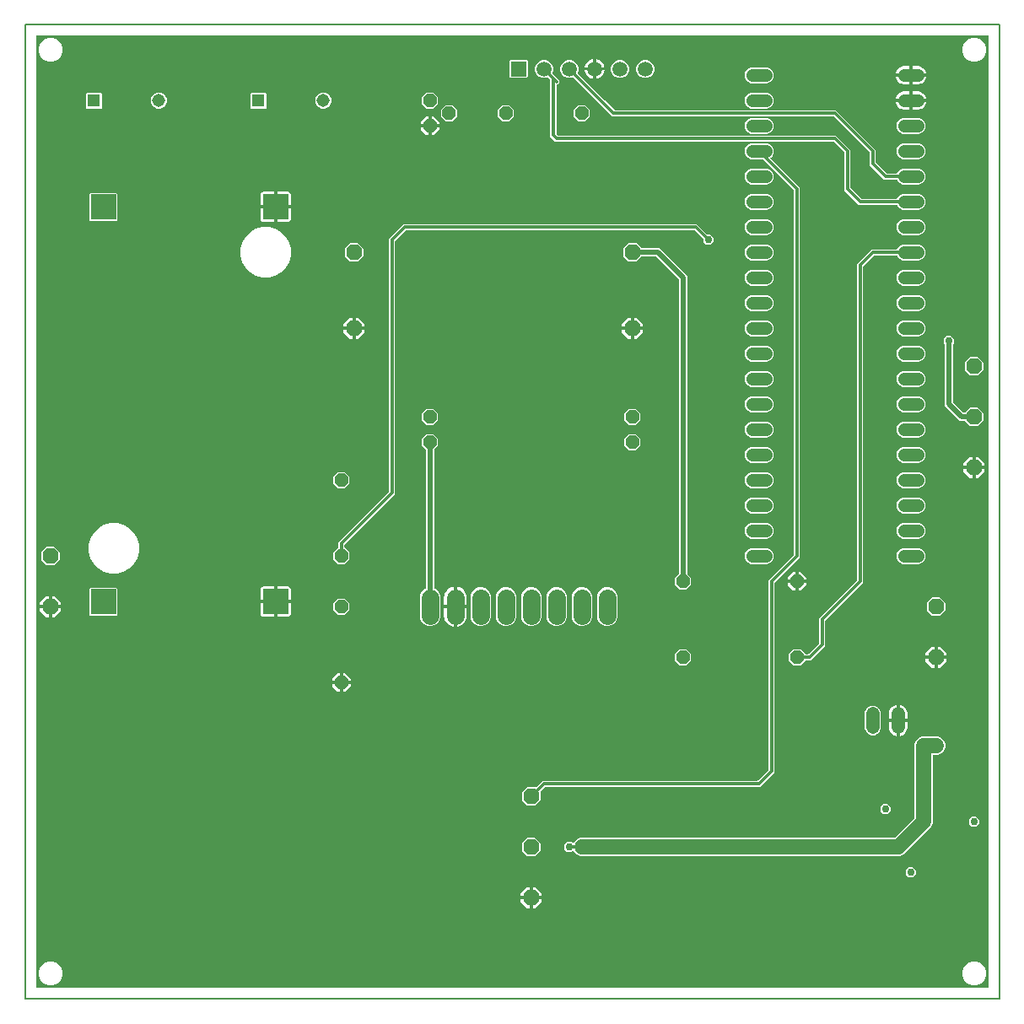
<source format=gbr>
G04 EAGLE Gerber RS-274X export*
G75*
%MOMM*%
%FSLAX34Y34*%
%LPD*%
%INBottom Copper*%
%IPPOS*%
%AMOC8*
5,1,8,0,0,1.08239X$1,22.5*%
G01*
%ADD10C,1.308000*%
%ADD11C,1.778000*%
%ADD12P,1.429621X8X292.500000*%
%ADD13P,1.429621X8X112.500000*%
%ADD14P,1.429621X8X22.500000*%
%ADD15R,1.308000X1.308000*%
%ADD16C,1.308000*%
%ADD17R,2.500000X2.500000*%
%ADD18P,1.732040X8X22.500000*%
%ADD19C,1.508000*%
%ADD20R,1.508000X1.508000*%
%ADD21C,1.320800*%
%ADD22C,0.304800*%
%ADD23C,0.756400*%
%ADD24C,0.508000*%
%ADD25C,0.152400*%
%ADD26C,1.524000*%

G36*
X966459Y-1738D02*
X966459Y-1738D01*
X966476Y-1728D01*
X966496Y-1724D01*
X966585Y-1671D01*
X966676Y-1622D01*
X966690Y-1608D01*
X966707Y-1598D01*
X966774Y-1519D01*
X966846Y-1444D01*
X966854Y-1426D01*
X966867Y-1411D01*
X966906Y-1315D01*
X966949Y-1221D01*
X966951Y-1201D01*
X966959Y-1183D01*
X966977Y-1016D01*
X966977Y953516D01*
X966974Y953536D01*
X966976Y953555D01*
X966954Y953657D01*
X966938Y953759D01*
X966928Y953776D01*
X966924Y953796D01*
X966871Y953885D01*
X966822Y953976D01*
X966808Y953990D01*
X966798Y954007D01*
X966719Y954074D01*
X966644Y954146D01*
X966626Y954154D01*
X966611Y954167D01*
X966515Y954206D01*
X966421Y954249D01*
X966401Y954251D01*
X966383Y954259D01*
X966216Y954277D01*
X11684Y954277D01*
X11664Y954274D01*
X11645Y954276D01*
X11543Y954254D01*
X11441Y954238D01*
X11424Y954228D01*
X11404Y954224D01*
X11315Y954171D01*
X11224Y954122D01*
X11210Y954108D01*
X11193Y954098D01*
X11126Y954019D01*
X11054Y953944D01*
X11046Y953926D01*
X11033Y953911D01*
X10994Y953815D01*
X10951Y953721D01*
X10949Y953701D01*
X10941Y953683D01*
X10923Y953516D01*
X10923Y-1016D01*
X10926Y-1036D01*
X10924Y-1055D01*
X10946Y-1157D01*
X10962Y-1259D01*
X10972Y-1276D01*
X10976Y-1296D01*
X11029Y-1385D01*
X11078Y-1476D01*
X11092Y-1490D01*
X11102Y-1507D01*
X11181Y-1574D01*
X11256Y-1646D01*
X11274Y-1654D01*
X11289Y-1667D01*
X11385Y-1706D01*
X11479Y-1749D01*
X11499Y-1751D01*
X11517Y-1759D01*
X11684Y-1777D01*
X966216Y-1777D01*
X966236Y-1774D01*
X966255Y-1776D01*
X966357Y-1754D01*
X966459Y-1738D01*
G37*
%LPC*%
G36*
X550000Y143608D02*
X550000Y143608D01*
X550077Y143620D01*
X550154Y143622D01*
X550198Y143637D01*
X550243Y143644D01*
X550312Y143679D01*
X550385Y143706D01*
X550421Y143735D01*
X550462Y143756D01*
X550517Y143811D01*
X550577Y143860D01*
X550602Y143898D01*
X550634Y143931D01*
X550700Y144051D01*
X550710Y144067D01*
X550712Y144072D01*
X550715Y144078D01*
X551047Y144880D01*
X553620Y147453D01*
X556981Y148845D01*
X872197Y148845D01*
X872287Y148859D01*
X872378Y148867D01*
X872408Y148879D01*
X872440Y148884D01*
X872520Y148927D01*
X872604Y148963D01*
X872636Y148989D01*
X872657Y149000D01*
X872679Y149023D01*
X872735Y149068D01*
X892332Y168665D01*
X892385Y168739D01*
X892445Y168808D01*
X892457Y168838D01*
X892476Y168865D01*
X892503Y168952D01*
X892537Y169036D01*
X892541Y169077D01*
X892548Y169100D01*
X892547Y169132D01*
X892555Y169203D01*
X892555Y243119D01*
X893947Y246480D01*
X896520Y249053D01*
X899881Y250445D01*
X916219Y250445D01*
X919580Y249053D01*
X922153Y246480D01*
X923545Y243119D01*
X923545Y239481D01*
X922153Y236120D01*
X919580Y233547D01*
X916219Y232155D01*
X911606Y232155D01*
X911586Y232152D01*
X911567Y232154D01*
X911465Y232132D01*
X911363Y232116D01*
X911346Y232106D01*
X911326Y232102D01*
X911237Y232049D01*
X911146Y232000D01*
X911132Y231986D01*
X911115Y231976D01*
X911048Y231897D01*
X910976Y231822D01*
X910968Y231804D01*
X910955Y231789D01*
X910916Y231693D01*
X910873Y231599D01*
X910871Y231579D01*
X910863Y231561D01*
X910845Y231394D01*
X910845Y163281D01*
X909453Y159920D01*
X881480Y131947D01*
X878119Y130555D01*
X556981Y130555D01*
X553620Y131947D01*
X551047Y134520D01*
X550715Y135322D01*
X550691Y135361D01*
X550675Y135404D01*
X550627Y135465D01*
X550586Y135531D01*
X550550Y135560D01*
X550522Y135596D01*
X550456Y135638D01*
X550396Y135688D01*
X550353Y135704D01*
X550315Y135729D01*
X550239Y135748D01*
X550167Y135776D01*
X550121Y135778D01*
X550076Y135789D01*
X549999Y135783D01*
X549921Y135786D01*
X549877Y135774D01*
X549831Y135770D01*
X549759Y135740D01*
X549685Y135718D01*
X549647Y135692D01*
X549605Y135674D01*
X549498Y135588D01*
X549483Y135578D01*
X549480Y135574D01*
X549474Y135569D01*
X548298Y134393D01*
X543902Y134393D01*
X540793Y137502D01*
X540793Y141898D01*
X543902Y145007D01*
X548298Y145007D01*
X549474Y143831D01*
X549511Y143804D01*
X549542Y143771D01*
X549589Y143745D01*
X549604Y143732D01*
X549622Y143725D01*
X549673Y143688D01*
X549717Y143674D01*
X549758Y143652D01*
X549834Y143638D01*
X549909Y143615D01*
X549954Y143616D01*
X550000Y143608D01*
G37*
%LPD*%
%LPC*%
G36*
X512516Y199710D02*
X512516Y199710D01*
X512619Y199718D01*
X512722Y199720D01*
X512741Y199727D01*
X512761Y199729D01*
X512856Y199769D01*
X512953Y199805D01*
X512969Y199817D01*
X512987Y199825D01*
X513118Y199930D01*
X517428Y204240D01*
X519437Y206249D01*
X735022Y206249D01*
X735112Y206263D01*
X735203Y206271D01*
X735233Y206283D01*
X735265Y206288D01*
X735345Y206331D01*
X735429Y206367D01*
X735461Y206393D01*
X735482Y206404D01*
X735504Y206427D01*
X735560Y206472D01*
X746028Y216940D01*
X746073Y217001D01*
X746104Y217035D01*
X746110Y217047D01*
X746141Y217083D01*
X746153Y217113D01*
X746172Y217140D01*
X746199Y217227D01*
X746233Y217311D01*
X746237Y217352D01*
X746244Y217375D01*
X746243Y217407D01*
X746251Y217478D01*
X746251Y407663D01*
X771428Y432840D01*
X771481Y432914D01*
X771541Y432983D01*
X771553Y433013D01*
X771572Y433040D01*
X771599Y433127D01*
X771633Y433211D01*
X771637Y433252D01*
X771644Y433275D01*
X771643Y433307D01*
X771651Y433378D01*
X771651Y798522D01*
X771637Y798612D01*
X771629Y798703D01*
X771617Y798733D01*
X771612Y798765D01*
X771569Y798845D01*
X771533Y798929D01*
X771507Y798961D01*
X771496Y798982D01*
X771473Y799004D01*
X771428Y799060D01*
X740576Y829912D01*
X740502Y829965D01*
X740433Y830025D01*
X740403Y830037D01*
X740376Y830056D01*
X740289Y830083D01*
X740205Y830117D01*
X740164Y830121D01*
X740141Y830128D01*
X740109Y830127D01*
X740038Y830135D01*
X728456Y830135D01*
X725492Y831363D01*
X723223Y833632D01*
X721995Y836596D01*
X721995Y839804D01*
X723223Y842768D01*
X725492Y845037D01*
X728456Y846265D01*
X744744Y846265D01*
X747708Y845037D01*
X749977Y842768D01*
X751205Y839804D01*
X751205Y836596D01*
X749977Y833632D01*
X748267Y831921D01*
X748255Y831905D01*
X748239Y831893D01*
X748183Y831806D01*
X748123Y831722D01*
X748117Y831703D01*
X748106Y831686D01*
X748081Y831585D01*
X748051Y831487D01*
X748051Y831467D01*
X748046Y831447D01*
X748054Y831344D01*
X748057Y831241D01*
X748064Y831222D01*
X748066Y831202D01*
X748106Y831107D01*
X748142Y831010D01*
X748154Y830994D01*
X748162Y830976D01*
X748267Y830845D01*
X775740Y803372D01*
X777749Y801363D01*
X777749Y430537D01*
X752572Y405360D01*
X752519Y405286D01*
X752459Y405217D01*
X752447Y405187D01*
X752428Y405160D01*
X752401Y405073D01*
X752367Y404989D01*
X752363Y404948D01*
X752356Y404925D01*
X752357Y404893D01*
X752349Y404822D01*
X752349Y214637D01*
X737863Y200151D01*
X522278Y200151D01*
X522188Y200137D01*
X522097Y200129D01*
X522067Y200117D01*
X522035Y200112D01*
X521955Y200069D01*
X521871Y200033D01*
X521839Y200007D01*
X521818Y199996D01*
X521796Y199973D01*
X521740Y199928D01*
X517430Y195618D01*
X517418Y195602D01*
X517403Y195590D01*
X517347Y195502D01*
X517286Y195418D01*
X517280Y195399D01*
X517270Y195383D01*
X517244Y195282D01*
X517214Y195183D01*
X517214Y195163D01*
X517210Y195144D01*
X517218Y195041D01*
X517220Y194938D01*
X517227Y194919D01*
X517229Y194899D01*
X517269Y194804D01*
X517305Y194706D01*
X517317Y194691D01*
X517325Y194673D01*
X517430Y194542D01*
X517526Y194446D01*
X517526Y186554D01*
X511946Y180974D01*
X504054Y180974D01*
X498474Y186554D01*
X498474Y194446D01*
X504054Y200026D01*
X511946Y200026D01*
X512042Y199930D01*
X512058Y199918D01*
X512070Y199903D01*
X512157Y199847D01*
X512241Y199786D01*
X512260Y199780D01*
X512277Y199770D01*
X512377Y199744D01*
X512476Y199714D01*
X512496Y199714D01*
X512516Y199710D01*
G37*
%LPD*%
%LPC*%
G36*
X685120Y754607D02*
X685120Y754607D01*
X687998Y754607D01*
X691107Y751498D01*
X691107Y747102D01*
X687998Y743993D01*
X683602Y743993D01*
X680493Y747102D01*
X680493Y749980D01*
X680479Y750070D01*
X680471Y750161D01*
X680459Y750191D01*
X680454Y750223D01*
X680411Y750303D01*
X680375Y750387D01*
X680349Y750419D01*
X680338Y750440D01*
X680315Y750462D01*
X680270Y750518D01*
X672060Y758728D01*
X671986Y758781D01*
X671917Y758841D01*
X671887Y758853D01*
X671860Y758872D01*
X671773Y758899D01*
X671689Y758933D01*
X671648Y758937D01*
X671625Y758944D01*
X671593Y758943D01*
X671522Y758951D01*
X382578Y758951D01*
X382488Y758937D01*
X382397Y758929D01*
X382367Y758917D01*
X382335Y758912D01*
X382255Y758869D01*
X382171Y758833D01*
X382139Y758807D01*
X382118Y758796D01*
X382096Y758773D01*
X382040Y758728D01*
X371572Y748260D01*
X371519Y748186D01*
X371459Y748117D01*
X371447Y748087D01*
X371428Y748060D01*
X371401Y747973D01*
X371367Y747889D01*
X371363Y747848D01*
X371356Y747825D01*
X371357Y747793D01*
X371349Y747722D01*
X371349Y494037D01*
X369340Y492028D01*
X320772Y443460D01*
X320719Y443386D01*
X320659Y443317D01*
X320647Y443287D01*
X320628Y443260D01*
X320601Y443173D01*
X320567Y443089D01*
X320563Y443048D01*
X320556Y443025D01*
X320557Y442993D01*
X320549Y442922D01*
X320549Y440562D01*
X320563Y440472D01*
X320571Y440381D01*
X320583Y440352D01*
X320588Y440320D01*
X320631Y440239D01*
X320667Y440155D01*
X320693Y440123D01*
X320704Y440102D01*
X320727Y440080D01*
X320772Y440024D01*
X325629Y435167D01*
X325629Y428433D01*
X320867Y423671D01*
X314133Y423671D01*
X309371Y428433D01*
X309371Y435167D01*
X314228Y440024D01*
X314281Y440098D01*
X314341Y440167D01*
X314353Y440198D01*
X314372Y440224D01*
X314399Y440311D01*
X314433Y440396D01*
X314437Y440437D01*
X314444Y440459D01*
X314443Y440491D01*
X314451Y440562D01*
X314451Y445763D01*
X316460Y447772D01*
X365028Y496340D01*
X365076Y496406D01*
X365083Y496413D01*
X365085Y496418D01*
X365141Y496483D01*
X365153Y496513D01*
X365172Y496540D01*
X365199Y496627D01*
X365233Y496711D01*
X365237Y496752D01*
X365244Y496775D01*
X365243Y496807D01*
X365251Y496878D01*
X365251Y750563D01*
X379737Y765049D01*
X674363Y765049D01*
X684582Y754830D01*
X684656Y754777D01*
X684725Y754717D01*
X684755Y754705D01*
X684782Y754686D01*
X684869Y754659D01*
X684953Y754625D01*
X684994Y754621D01*
X685017Y754614D01*
X685049Y754615D01*
X685120Y754607D01*
G37*
%LPD*%
%LPC*%
G36*
X534978Y853949D02*
X534978Y853949D01*
X814063Y853949D01*
X828549Y839463D01*
X828549Y801678D01*
X828563Y801588D01*
X828571Y801497D01*
X828583Y801467D01*
X828588Y801435D01*
X828631Y801355D01*
X828667Y801271D01*
X828693Y801239D01*
X828704Y801218D01*
X828727Y801196D01*
X828772Y801140D01*
X839240Y790672D01*
X839314Y790619D01*
X839383Y790559D01*
X839413Y790547D01*
X839440Y790528D01*
X839527Y790501D01*
X839611Y790467D01*
X839652Y790463D01*
X839675Y790456D01*
X839707Y790457D01*
X839778Y790449D01*
X874485Y790449D01*
X874600Y790468D01*
X874716Y790485D01*
X874722Y790487D01*
X874728Y790488D01*
X874830Y790543D01*
X874935Y790596D01*
X874940Y790601D01*
X874945Y790604D01*
X875025Y790688D01*
X875107Y790772D01*
X875111Y790778D01*
X875114Y790782D01*
X875122Y790799D01*
X875188Y790919D01*
X875623Y791968D01*
X877892Y794237D01*
X880856Y795465D01*
X897144Y795465D01*
X900108Y794237D01*
X902377Y791968D01*
X903605Y789004D01*
X903605Y785796D01*
X902377Y782832D01*
X900108Y780563D01*
X897144Y779335D01*
X880856Y779335D01*
X877892Y780563D01*
X875623Y782832D01*
X875188Y783881D01*
X875127Y783981D01*
X875067Y784081D01*
X875062Y784085D01*
X875059Y784090D01*
X874969Y784165D01*
X874880Y784241D01*
X874874Y784243D01*
X874869Y784247D01*
X874761Y784289D01*
X874652Y784333D01*
X874644Y784334D01*
X874640Y784335D01*
X874621Y784336D01*
X874485Y784351D01*
X836937Y784351D01*
X822451Y798837D01*
X822451Y836622D01*
X822437Y836712D01*
X822429Y836803D01*
X822417Y836833D01*
X822412Y836865D01*
X822369Y836945D01*
X822333Y837029D01*
X822307Y837061D01*
X822296Y837082D01*
X822273Y837104D01*
X822228Y837160D01*
X811760Y847628D01*
X811686Y847681D01*
X811617Y847741D01*
X811587Y847753D01*
X811560Y847772D01*
X811473Y847799D01*
X811389Y847833D01*
X811348Y847837D01*
X811325Y847844D01*
X811293Y847843D01*
X811222Y847851D01*
X532137Y847851D01*
X527176Y852812D01*
X527176Y909647D01*
X527162Y909737D01*
X527154Y909828D01*
X527142Y909858D01*
X527137Y909890D01*
X527094Y909970D01*
X527058Y910054D01*
X527032Y910086D01*
X527021Y910107D01*
X526998Y910129D01*
X526953Y910185D01*
X524949Y912190D01*
X524853Y912258D01*
X524760Y912328D01*
X524754Y912330D01*
X524749Y912333D01*
X524637Y912368D01*
X524526Y912404D01*
X524520Y912404D01*
X524514Y912406D01*
X524397Y912403D01*
X524280Y912401D01*
X524273Y912399D01*
X524268Y912399D01*
X524251Y912393D01*
X524119Y912355D01*
X522503Y911685D01*
X518897Y911685D01*
X515565Y913065D01*
X513015Y915615D01*
X511635Y918947D01*
X511635Y922553D01*
X513015Y925885D01*
X515565Y928435D01*
X518897Y929815D01*
X522503Y929815D01*
X525835Y928435D01*
X528385Y925885D01*
X529765Y922553D01*
X529765Y918947D01*
X529095Y917331D01*
X529085Y917289D01*
X529070Y917257D01*
X529064Y917199D01*
X529040Y917104D01*
X529041Y917097D01*
X529039Y917091D01*
X529045Y917028D01*
X529043Y917012D01*
X529049Y916986D01*
X529050Y916975D01*
X529059Y916859D01*
X529062Y916853D01*
X529062Y916846D01*
X529110Y916739D01*
X529156Y916632D01*
X529160Y916626D01*
X529162Y916622D01*
X529175Y916608D01*
X529260Y916501D01*
X531265Y914497D01*
X536449Y909313D01*
X536449Y906787D01*
X534663Y905001D01*
X534035Y905001D01*
X534015Y904998D01*
X533996Y905000D01*
X533894Y904978D01*
X533792Y904962D01*
X533775Y904952D01*
X533755Y904948D01*
X533666Y904895D01*
X533575Y904846D01*
X533561Y904832D01*
X533544Y904822D01*
X533477Y904743D01*
X533405Y904668D01*
X533397Y904650D01*
X533384Y904635D01*
X533345Y904538D01*
X533302Y904445D01*
X533300Y904425D01*
X533292Y904407D01*
X533274Y904240D01*
X533274Y855653D01*
X533288Y855563D01*
X533296Y855472D01*
X533308Y855442D01*
X533313Y855410D01*
X533356Y855330D01*
X533392Y855246D01*
X533418Y855214D01*
X533429Y855193D01*
X533452Y855171D01*
X533497Y855115D01*
X534440Y854172D01*
X534514Y854119D01*
X534583Y854059D01*
X534613Y854047D01*
X534640Y854028D01*
X534727Y854001D01*
X534811Y853967D01*
X534852Y853963D01*
X534875Y853956D01*
X534907Y853957D01*
X534978Y853949D01*
G37*
%LPD*%
%LPC*%
G36*
X783462Y333249D02*
X783462Y333249D01*
X785822Y333249D01*
X785912Y333263D01*
X786003Y333271D01*
X786033Y333283D01*
X786065Y333288D01*
X786145Y333331D01*
X786229Y333367D01*
X786261Y333393D01*
X786282Y333404D01*
X786304Y333427D01*
X786360Y333472D01*
X796828Y343940D01*
X796881Y344014D01*
X796941Y344083D01*
X796953Y344113D01*
X796972Y344140D01*
X796999Y344227D01*
X797033Y344311D01*
X797037Y344352D01*
X797044Y344375D01*
X797043Y344407D01*
X797051Y344478D01*
X797051Y369563D01*
X834928Y407440D01*
X834981Y407514D01*
X835041Y407583D01*
X835053Y407613D01*
X835072Y407640D01*
X835099Y407727D01*
X835133Y407811D01*
X835137Y407852D01*
X835144Y407875D01*
X835143Y407907D01*
X835151Y407978D01*
X835151Y725163D01*
X837160Y727172D01*
X847628Y737640D01*
X849637Y739649D01*
X874485Y739649D01*
X874600Y739668D01*
X874716Y739685D01*
X874722Y739687D01*
X874728Y739688D01*
X874830Y739743D01*
X874935Y739796D01*
X874940Y739801D01*
X874945Y739804D01*
X875025Y739888D01*
X875107Y739972D01*
X875111Y739978D01*
X875114Y739982D01*
X875122Y739999D01*
X875188Y740119D01*
X875623Y741168D01*
X877892Y743437D01*
X880856Y744665D01*
X897144Y744665D01*
X900108Y743437D01*
X902377Y741168D01*
X903605Y738204D01*
X903605Y734996D01*
X902377Y732032D01*
X900108Y729763D01*
X897144Y728535D01*
X880856Y728535D01*
X877892Y729763D01*
X875623Y732032D01*
X875188Y733081D01*
X875127Y733181D01*
X875067Y733281D01*
X875062Y733285D01*
X875059Y733290D01*
X874969Y733365D01*
X874880Y733441D01*
X874874Y733443D01*
X874869Y733447D01*
X874761Y733489D01*
X874652Y733533D01*
X874644Y733534D01*
X874640Y733535D01*
X874621Y733536D01*
X874485Y733551D01*
X852478Y733551D01*
X852388Y733537D01*
X852297Y733529D01*
X852267Y733517D01*
X852235Y733512D01*
X852155Y733469D01*
X852071Y733433D01*
X852039Y733407D01*
X852018Y733396D01*
X851996Y733373D01*
X851940Y733328D01*
X841472Y722860D01*
X841419Y722786D01*
X841359Y722717D01*
X841347Y722687D01*
X841328Y722660D01*
X841301Y722573D01*
X841267Y722489D01*
X841263Y722448D01*
X841256Y722425D01*
X841257Y722393D01*
X841249Y722322D01*
X841249Y405137D01*
X803372Y367260D01*
X803319Y367186D01*
X803259Y367117D01*
X803247Y367087D01*
X803228Y367060D01*
X803201Y366973D01*
X803167Y366889D01*
X803163Y366848D01*
X803156Y366825D01*
X803157Y366793D01*
X803149Y366722D01*
X803149Y341637D01*
X788663Y327151D01*
X783462Y327151D01*
X783372Y327137D01*
X783281Y327129D01*
X783252Y327117D01*
X783220Y327112D01*
X783139Y327069D01*
X783055Y327033D01*
X783023Y327007D01*
X783002Y326996D01*
X782980Y326973D01*
X782924Y326928D01*
X778067Y322071D01*
X771333Y322071D01*
X766571Y326833D01*
X766571Y333567D01*
X771333Y338329D01*
X778067Y338329D01*
X782924Y333472D01*
X782998Y333419D01*
X783067Y333359D01*
X783098Y333347D01*
X783124Y333328D01*
X783211Y333301D01*
X783296Y333267D01*
X783337Y333263D01*
X783359Y333256D01*
X783391Y333257D01*
X783462Y333249D01*
G37*
%LPD*%
%LPC*%
G36*
X619322Y740665D02*
X619322Y740665D01*
X636684Y740665D01*
X664465Y712884D01*
X664465Y414146D01*
X664479Y414056D01*
X664487Y413965D01*
X664499Y413936D01*
X664504Y413904D01*
X664547Y413823D01*
X664583Y413739D01*
X664609Y413707D01*
X664620Y413686D01*
X664643Y413664D01*
X664688Y413608D01*
X668529Y409767D01*
X668529Y403033D01*
X663767Y398271D01*
X657033Y398271D01*
X652271Y403033D01*
X652271Y409767D01*
X656112Y413608D01*
X656165Y413682D01*
X656225Y413751D01*
X656237Y413782D01*
X656256Y413808D01*
X656283Y413895D01*
X656317Y413980D01*
X656321Y414021D01*
X656328Y414043D01*
X656327Y414075D01*
X656335Y414146D01*
X656335Y709201D01*
X656321Y709291D01*
X656313Y709382D01*
X656301Y709412D01*
X656296Y709444D01*
X656253Y709524D01*
X656217Y709608D01*
X656191Y709640D01*
X656180Y709661D01*
X656157Y709683D01*
X656112Y709739D01*
X633539Y732312D01*
X633465Y732365D01*
X633396Y732425D01*
X633366Y732437D01*
X633340Y732456D01*
X633253Y732483D01*
X633168Y732517D01*
X633127Y732521D01*
X633104Y732528D01*
X633072Y732527D01*
X633001Y732535D01*
X619322Y732535D01*
X619232Y732521D01*
X619141Y732513D01*
X619111Y732501D01*
X619079Y732496D01*
X618999Y732453D01*
X618915Y732417D01*
X618883Y732391D01*
X618862Y732380D01*
X618840Y732357D01*
X618784Y732312D01*
X613546Y727074D01*
X605654Y727074D01*
X600074Y732654D01*
X600074Y740546D01*
X605654Y746126D01*
X613546Y746126D01*
X618784Y740888D01*
X618858Y740835D01*
X618927Y740775D01*
X618957Y740763D01*
X618983Y740744D01*
X619070Y740717D01*
X619155Y740683D01*
X619196Y740679D01*
X619219Y740672D01*
X619251Y740673D01*
X619322Y740665D01*
G37*
%LPD*%
%LPC*%
G36*
X592128Y879349D02*
X592128Y879349D01*
X814063Y879349D01*
X853949Y839463D01*
X853949Y827078D01*
X853963Y826988D01*
X853971Y826897D01*
X853983Y826867D01*
X853988Y826835D01*
X854031Y826755D01*
X854067Y826671D01*
X854093Y826639D01*
X854104Y826618D01*
X854127Y826596D01*
X854172Y826540D01*
X864640Y816072D01*
X864714Y816019D01*
X864783Y815959D01*
X864813Y815947D01*
X864840Y815928D01*
X864927Y815901D01*
X865011Y815867D01*
X865052Y815863D01*
X865075Y815856D01*
X865107Y815857D01*
X865178Y815849D01*
X874485Y815849D01*
X874600Y815868D01*
X874716Y815885D01*
X874722Y815887D01*
X874728Y815888D01*
X874830Y815943D01*
X874935Y815996D01*
X874940Y816001D01*
X874945Y816004D01*
X875025Y816088D01*
X875107Y816172D01*
X875111Y816178D01*
X875114Y816182D01*
X875122Y816199D01*
X875188Y816319D01*
X875623Y817368D01*
X877892Y819637D01*
X880856Y820865D01*
X897144Y820865D01*
X900108Y819637D01*
X902377Y817368D01*
X903605Y814404D01*
X903605Y811196D01*
X902377Y808232D01*
X900108Y805963D01*
X897144Y804735D01*
X880856Y804735D01*
X877892Y805963D01*
X875623Y808232D01*
X875188Y809281D01*
X875127Y809381D01*
X875067Y809481D01*
X875062Y809485D01*
X875059Y809490D01*
X874969Y809565D01*
X874880Y809641D01*
X874874Y809643D01*
X874869Y809647D01*
X874761Y809689D01*
X874652Y809733D01*
X874644Y809734D01*
X874640Y809735D01*
X874621Y809736D01*
X874485Y809751D01*
X862337Y809751D01*
X847851Y824237D01*
X847851Y836622D01*
X847837Y836712D01*
X847829Y836803D01*
X847817Y836833D01*
X847812Y836865D01*
X847769Y836945D01*
X847733Y837029D01*
X847707Y837061D01*
X847696Y837082D01*
X847673Y837104D01*
X847628Y837160D01*
X811760Y873028D01*
X811686Y873081D01*
X811617Y873141D01*
X811587Y873153D01*
X811560Y873172D01*
X811473Y873199D01*
X811389Y873233D01*
X811348Y873237D01*
X811325Y873244D01*
X811293Y873243D01*
X811222Y873251D01*
X589287Y873251D01*
X577753Y884785D01*
X550349Y912190D01*
X550254Y912258D01*
X550160Y912328D01*
X550154Y912330D01*
X550149Y912333D01*
X550038Y912368D01*
X549926Y912404D01*
X549920Y912404D01*
X549914Y912406D01*
X549797Y912403D01*
X549680Y912401D01*
X549673Y912399D01*
X549668Y912399D01*
X549651Y912393D01*
X549519Y912355D01*
X547903Y911685D01*
X544297Y911685D01*
X540965Y913065D01*
X538415Y915615D01*
X537035Y918947D01*
X537035Y922553D01*
X538415Y925885D01*
X540965Y928435D01*
X544297Y929815D01*
X547903Y929815D01*
X551235Y928435D01*
X553785Y925885D01*
X555165Y922553D01*
X555165Y918947D01*
X554495Y917331D01*
X554485Y917289D01*
X554470Y917257D01*
X554464Y917199D01*
X554440Y917104D01*
X554441Y917097D01*
X554439Y917091D01*
X554445Y917028D01*
X554443Y917012D01*
X554449Y916986D01*
X554450Y916975D01*
X554459Y916859D01*
X554462Y916853D01*
X554462Y916846D01*
X554511Y916737D01*
X554556Y916632D01*
X554560Y916626D01*
X554562Y916622D01*
X554575Y916608D01*
X554660Y916501D01*
X582065Y889097D01*
X591590Y879572D01*
X591664Y879519D01*
X591733Y879459D01*
X591763Y879447D01*
X591790Y879428D01*
X591877Y879401D01*
X591961Y879367D01*
X592002Y879363D01*
X592025Y879356D01*
X592057Y879357D01*
X592128Y879349D01*
G37*
%LPD*%
%LPC*%
G36*
X404328Y361695D02*
X404328Y361695D01*
X400500Y363281D01*
X397571Y366210D01*
X395985Y370038D01*
X395985Y391962D01*
X397571Y395790D01*
X400500Y398719D01*
X401865Y399284D01*
X401965Y399346D01*
X402065Y399406D01*
X402069Y399411D01*
X402074Y399414D01*
X402149Y399505D01*
X402225Y399593D01*
X402227Y399599D01*
X402231Y399604D01*
X402273Y399712D01*
X402317Y399821D01*
X402318Y399829D01*
X402319Y399833D01*
X402320Y399851D01*
X402335Y399988D01*
X402335Y538354D01*
X402321Y538444D01*
X402313Y538535D01*
X402301Y538564D01*
X402296Y538596D01*
X402253Y538677D01*
X402217Y538761D01*
X402191Y538793D01*
X402180Y538814D01*
X402157Y538836D01*
X402112Y538892D01*
X398271Y542733D01*
X398271Y549467D01*
X403033Y554229D01*
X409767Y554229D01*
X414529Y549467D01*
X414529Y542733D01*
X410688Y538892D01*
X410635Y538818D01*
X410575Y538749D01*
X410563Y538718D01*
X410544Y538692D01*
X410517Y538605D01*
X410483Y538520D01*
X410479Y538479D01*
X410472Y538457D01*
X410473Y538425D01*
X410465Y538354D01*
X410465Y399988D01*
X410484Y399873D01*
X410501Y399757D01*
X410503Y399751D01*
X410504Y399745D01*
X410559Y399642D01*
X410612Y399538D01*
X410617Y399533D01*
X410620Y399528D01*
X410704Y399448D01*
X410788Y399365D01*
X410794Y399362D01*
X410798Y399358D01*
X410815Y399350D01*
X410935Y399284D01*
X412300Y398719D01*
X415229Y395790D01*
X416815Y391962D01*
X416815Y370038D01*
X415229Y366210D01*
X412300Y363281D01*
X408472Y361695D01*
X404328Y361695D01*
G37*
%LPD*%
%LPC*%
G36*
X85588Y414259D02*
X85588Y414259D01*
X79188Y415974D01*
X73451Y419286D01*
X68766Y423971D01*
X65454Y429708D01*
X63739Y436108D01*
X63739Y442732D01*
X65454Y449132D01*
X68766Y454869D01*
X73451Y459554D01*
X79188Y462866D01*
X85588Y464581D01*
X92212Y464581D01*
X98612Y462866D01*
X104349Y459554D01*
X109034Y454869D01*
X112346Y449132D01*
X114061Y442732D01*
X114061Y436108D01*
X112346Y429708D01*
X109034Y423971D01*
X104349Y419286D01*
X98612Y415974D01*
X92212Y414259D01*
X85588Y414259D01*
G37*
%LPD*%
%LPC*%
G36*
X237988Y711439D02*
X237988Y711439D01*
X231588Y713154D01*
X225851Y716466D01*
X221166Y721151D01*
X217854Y726888D01*
X216139Y733288D01*
X216139Y739912D01*
X217854Y746312D01*
X221166Y752049D01*
X225851Y756734D01*
X231588Y760046D01*
X237988Y761761D01*
X244612Y761761D01*
X251012Y760046D01*
X256749Y756734D01*
X261434Y752049D01*
X264746Y746312D01*
X266461Y739912D01*
X266461Y733288D01*
X264746Y726888D01*
X261434Y721151D01*
X256749Y716466D01*
X251012Y713154D01*
X244612Y711439D01*
X237988Y711439D01*
G37*
%LPD*%
%LPC*%
G36*
X942959Y575587D02*
X942959Y575587D01*
X942989Y575599D01*
X943021Y575604D01*
X943101Y575647D01*
X943185Y575683D01*
X943217Y575709D01*
X943238Y575720D01*
X943260Y575743D01*
X943316Y575788D01*
X948554Y581026D01*
X956446Y581026D01*
X962026Y575446D01*
X962026Y567554D01*
X956446Y561974D01*
X948554Y561974D01*
X943316Y567212D01*
X943242Y567265D01*
X943173Y567325D01*
X943143Y567337D01*
X943117Y567356D01*
X943030Y567383D01*
X942945Y567417D01*
X942904Y567421D01*
X942881Y567428D01*
X942849Y567427D01*
X942778Y567435D01*
X938116Y567435D01*
X923035Y582516D01*
X923035Y643945D01*
X923021Y644035D01*
X923013Y644126D01*
X923001Y644155D01*
X922996Y644187D01*
X922953Y644268D01*
X922917Y644352D01*
X922891Y644384D01*
X922880Y644405D01*
X922857Y644427D01*
X922812Y644483D01*
X921793Y645502D01*
X921793Y649898D01*
X924902Y653007D01*
X929298Y653007D01*
X932407Y649898D01*
X932407Y645502D01*
X931388Y644483D01*
X931335Y644409D01*
X931275Y644339D01*
X931263Y644309D01*
X931244Y644283D01*
X931217Y644196D01*
X931183Y644111D01*
X931179Y644070D01*
X931172Y644048D01*
X931173Y644016D01*
X931165Y643945D01*
X931165Y586199D01*
X931179Y586109D01*
X931187Y586018D01*
X931199Y585988D01*
X931204Y585956D01*
X931247Y585876D01*
X931283Y585792D01*
X931309Y585760D01*
X931320Y585739D01*
X931343Y585717D01*
X931388Y585661D01*
X941261Y575788D01*
X941335Y575735D01*
X941404Y575675D01*
X941434Y575663D01*
X941460Y575644D01*
X941547Y575617D01*
X941632Y575583D01*
X941673Y575579D01*
X941696Y575572D01*
X941728Y575573D01*
X941799Y575565D01*
X942778Y575565D01*
X942868Y575579D01*
X942959Y575587D01*
G37*
%LPD*%
%LPC*%
G36*
X65608Y768295D02*
X65608Y768295D01*
X64715Y769188D01*
X64715Y795452D01*
X65608Y796345D01*
X91872Y796345D01*
X92765Y795452D01*
X92765Y769188D01*
X91872Y768295D01*
X65608Y768295D01*
G37*
%LPD*%
%LPC*%
G36*
X65608Y372055D02*
X65608Y372055D01*
X64715Y372948D01*
X64715Y399212D01*
X65608Y400105D01*
X91872Y400105D01*
X92765Y399212D01*
X92765Y372948D01*
X91872Y372055D01*
X65608Y372055D01*
G37*
%LPD*%
%LPC*%
G36*
X455128Y361695D02*
X455128Y361695D01*
X451300Y363281D01*
X448371Y366210D01*
X446785Y370038D01*
X446785Y391962D01*
X448371Y395790D01*
X451300Y398719D01*
X455128Y400305D01*
X459272Y400305D01*
X463100Y398719D01*
X466029Y395790D01*
X467615Y391962D01*
X467615Y370038D01*
X466029Y366210D01*
X463100Y363281D01*
X459272Y361695D01*
X455128Y361695D01*
G37*
%LPD*%
%LPC*%
G36*
X556728Y361695D02*
X556728Y361695D01*
X552900Y363281D01*
X549971Y366210D01*
X548385Y370038D01*
X548385Y391962D01*
X549971Y395790D01*
X552900Y398719D01*
X556728Y400305D01*
X560872Y400305D01*
X564700Y398719D01*
X567629Y395790D01*
X569215Y391962D01*
X569215Y370038D01*
X567629Y366210D01*
X564700Y363281D01*
X560872Y361695D01*
X556728Y361695D01*
G37*
%LPD*%
%LPC*%
G36*
X531328Y361695D02*
X531328Y361695D01*
X527500Y363281D01*
X524571Y366210D01*
X522985Y370038D01*
X522985Y391962D01*
X524571Y395790D01*
X527500Y398719D01*
X531328Y400305D01*
X535472Y400305D01*
X539300Y398719D01*
X542229Y395790D01*
X543815Y391962D01*
X543815Y370038D01*
X542229Y366210D01*
X539300Y363281D01*
X535472Y361695D01*
X531328Y361695D01*
G37*
%LPD*%
%LPC*%
G36*
X505928Y361695D02*
X505928Y361695D01*
X502100Y363281D01*
X499171Y366210D01*
X497585Y370038D01*
X497585Y391962D01*
X499171Y395790D01*
X502100Y398719D01*
X505928Y400305D01*
X510072Y400305D01*
X513900Y398719D01*
X516829Y395790D01*
X518415Y391962D01*
X518415Y370038D01*
X516829Y366210D01*
X513900Y363281D01*
X510072Y361695D01*
X505928Y361695D01*
G37*
%LPD*%
%LPC*%
G36*
X480528Y361695D02*
X480528Y361695D01*
X476700Y363281D01*
X473771Y366210D01*
X472185Y370038D01*
X472185Y391962D01*
X473771Y395790D01*
X476700Y398719D01*
X480528Y400305D01*
X484672Y400305D01*
X488500Y398719D01*
X491429Y395790D01*
X493015Y391962D01*
X493015Y370038D01*
X491429Y366210D01*
X488500Y363281D01*
X484672Y361695D01*
X480528Y361695D01*
G37*
%LPD*%
%LPC*%
G36*
X582128Y361695D02*
X582128Y361695D01*
X578300Y363281D01*
X575371Y366210D01*
X573785Y370038D01*
X573785Y391962D01*
X575371Y395790D01*
X578300Y398719D01*
X582128Y400305D01*
X586272Y400305D01*
X590100Y398719D01*
X593029Y395790D01*
X594615Y391962D01*
X594615Y370038D01*
X593029Y366210D01*
X590100Y363281D01*
X586272Y361695D01*
X582128Y361695D01*
G37*
%LPD*%
%LPC*%
G36*
X23031Y927889D02*
X23031Y927889D01*
X18653Y929703D01*
X15303Y933053D01*
X13489Y937431D01*
X13489Y942169D01*
X15303Y946547D01*
X18653Y949897D01*
X23031Y951711D01*
X27769Y951711D01*
X32147Y949897D01*
X35497Y946547D01*
X37311Y942169D01*
X37311Y937431D01*
X35497Y933053D01*
X32147Y929703D01*
X27769Y927889D01*
X23031Y927889D01*
G37*
%LPD*%
%LPC*%
G36*
X950131Y927889D02*
X950131Y927889D01*
X945753Y929703D01*
X942403Y933053D01*
X940589Y937431D01*
X940589Y942169D01*
X942403Y946547D01*
X945753Y949897D01*
X950131Y951711D01*
X954869Y951711D01*
X959247Y949897D01*
X962597Y946547D01*
X964411Y942169D01*
X964411Y937431D01*
X962597Y933053D01*
X959247Y929703D01*
X954869Y927889D01*
X950131Y927889D01*
G37*
%LPD*%
%LPC*%
G36*
X23031Y789D02*
X23031Y789D01*
X18653Y2603D01*
X15303Y5953D01*
X13489Y10331D01*
X13489Y15069D01*
X15303Y19447D01*
X18653Y22797D01*
X23031Y24611D01*
X27769Y24611D01*
X32147Y22797D01*
X35497Y19447D01*
X37311Y15069D01*
X37311Y10331D01*
X35497Y5953D01*
X32147Y2603D01*
X27769Y789D01*
X23031Y789D01*
G37*
%LPD*%
%LPC*%
G36*
X950131Y789D02*
X950131Y789D01*
X945753Y2603D01*
X942403Y5953D01*
X940589Y10331D01*
X940589Y15069D01*
X942403Y19447D01*
X945753Y22797D01*
X950131Y24611D01*
X954869Y24611D01*
X959247Y22797D01*
X962597Y19447D01*
X964411Y15069D01*
X964411Y10331D01*
X962597Y5953D01*
X959247Y2603D01*
X954869Y789D01*
X950131Y789D01*
G37*
%LPD*%
%LPC*%
G36*
X849283Y251967D02*
X849283Y251967D01*
X846295Y253205D01*
X844009Y255491D01*
X842771Y258479D01*
X842771Y274921D01*
X844009Y277909D01*
X846295Y280195D01*
X849283Y281433D01*
X852517Y281433D01*
X855505Y280195D01*
X857791Y277909D01*
X859029Y274921D01*
X859029Y258479D01*
X857791Y255491D01*
X855505Y253205D01*
X852517Y251967D01*
X849283Y251967D01*
G37*
%LPD*%
%LPC*%
G36*
X728456Y525335D02*
X728456Y525335D01*
X725492Y526563D01*
X723223Y528832D01*
X721995Y531796D01*
X721995Y535004D01*
X723223Y537968D01*
X725492Y540237D01*
X728456Y541465D01*
X744744Y541465D01*
X747708Y540237D01*
X749977Y537968D01*
X751205Y535004D01*
X751205Y531796D01*
X749977Y528832D01*
X747708Y526563D01*
X744744Y525335D01*
X728456Y525335D01*
G37*
%LPD*%
%LPC*%
G36*
X880856Y525335D02*
X880856Y525335D01*
X877892Y526563D01*
X875623Y528832D01*
X874395Y531796D01*
X874395Y535004D01*
X875623Y537968D01*
X877892Y540237D01*
X880856Y541465D01*
X897144Y541465D01*
X900108Y540237D01*
X902377Y537968D01*
X903605Y535004D01*
X903605Y531796D01*
X902377Y528832D01*
X900108Y526563D01*
X897144Y525335D01*
X880856Y525335D01*
G37*
%LPD*%
%LPC*%
G36*
X880856Y499935D02*
X880856Y499935D01*
X877892Y501163D01*
X875623Y503432D01*
X874395Y506396D01*
X874395Y509604D01*
X875623Y512568D01*
X877892Y514837D01*
X880856Y516065D01*
X897144Y516065D01*
X900108Y514837D01*
X902377Y512568D01*
X903605Y509604D01*
X903605Y506396D01*
X902377Y503432D01*
X900108Y501163D01*
X897144Y499935D01*
X880856Y499935D01*
G37*
%LPD*%
%LPC*%
G36*
X880856Y652335D02*
X880856Y652335D01*
X877892Y653563D01*
X875623Y655832D01*
X874395Y658796D01*
X874395Y662004D01*
X875623Y664968D01*
X877892Y667237D01*
X880856Y668465D01*
X897144Y668465D01*
X900108Y667237D01*
X902377Y664968D01*
X903605Y662004D01*
X903605Y658796D01*
X902377Y655832D01*
X900108Y653563D01*
X897144Y652335D01*
X880856Y652335D01*
G37*
%LPD*%
%LPC*%
G36*
X728456Y652335D02*
X728456Y652335D01*
X725492Y653563D01*
X723223Y655832D01*
X721995Y658796D01*
X721995Y662004D01*
X723223Y664968D01*
X725492Y667237D01*
X728456Y668465D01*
X744744Y668465D01*
X747708Y667237D01*
X749977Y664968D01*
X751205Y662004D01*
X751205Y658796D01*
X749977Y655832D01*
X747708Y653563D01*
X744744Y652335D01*
X728456Y652335D01*
G37*
%LPD*%
%LPC*%
G36*
X880856Y550735D02*
X880856Y550735D01*
X877892Y551963D01*
X875623Y554232D01*
X874395Y557196D01*
X874395Y560404D01*
X875623Y563368D01*
X877892Y565637D01*
X880856Y566865D01*
X897144Y566865D01*
X900108Y565637D01*
X902377Y563368D01*
X903605Y560404D01*
X903605Y557196D01*
X902377Y554232D01*
X900108Y551963D01*
X897144Y550735D01*
X880856Y550735D01*
G37*
%LPD*%
%LPC*%
G36*
X728456Y906335D02*
X728456Y906335D01*
X725492Y907563D01*
X723223Y909832D01*
X721995Y912796D01*
X721995Y916004D01*
X723223Y918968D01*
X725492Y921237D01*
X728456Y922465D01*
X744744Y922465D01*
X747708Y921237D01*
X749977Y918968D01*
X751205Y916004D01*
X751205Y912796D01*
X749977Y909832D01*
X747708Y907563D01*
X744744Y906335D01*
X728456Y906335D01*
G37*
%LPD*%
%LPC*%
G36*
X728456Y550735D02*
X728456Y550735D01*
X725492Y551963D01*
X723223Y554232D01*
X721995Y557196D01*
X721995Y560404D01*
X723223Y563368D01*
X725492Y565637D01*
X728456Y566865D01*
X744744Y566865D01*
X747708Y565637D01*
X749977Y563368D01*
X751205Y560404D01*
X751205Y557196D01*
X749977Y554232D01*
X747708Y551963D01*
X744744Y550735D01*
X728456Y550735D01*
G37*
%LPD*%
%LPC*%
G36*
X728456Y626935D02*
X728456Y626935D01*
X725492Y628163D01*
X723223Y630432D01*
X721995Y633396D01*
X721995Y636604D01*
X723223Y639568D01*
X725492Y641837D01*
X728456Y643065D01*
X744744Y643065D01*
X747708Y641837D01*
X749977Y639568D01*
X751205Y636604D01*
X751205Y633396D01*
X749977Y630432D01*
X747708Y628163D01*
X744744Y626935D01*
X728456Y626935D01*
G37*
%LPD*%
%LPC*%
G36*
X880856Y626935D02*
X880856Y626935D01*
X877892Y628163D01*
X875623Y630432D01*
X874395Y633396D01*
X874395Y636604D01*
X875623Y639568D01*
X877892Y641837D01*
X880856Y643065D01*
X897144Y643065D01*
X900108Y641837D01*
X902377Y639568D01*
X903605Y636604D01*
X903605Y633396D01*
X902377Y630432D01*
X900108Y628163D01*
X897144Y626935D01*
X880856Y626935D01*
G37*
%LPD*%
%LPC*%
G36*
X880856Y855535D02*
X880856Y855535D01*
X877892Y856763D01*
X875623Y859032D01*
X874395Y861996D01*
X874395Y865204D01*
X875623Y868168D01*
X877892Y870437D01*
X880856Y871665D01*
X897144Y871665D01*
X900108Y870437D01*
X902377Y868168D01*
X903605Y865204D01*
X903605Y861996D01*
X902377Y859032D01*
X900108Y856763D01*
X897144Y855535D01*
X880856Y855535D01*
G37*
%LPD*%
%LPC*%
G36*
X728456Y855535D02*
X728456Y855535D01*
X725492Y856763D01*
X723223Y859032D01*
X721995Y861996D01*
X721995Y865204D01*
X723223Y868168D01*
X725492Y870437D01*
X728456Y871665D01*
X744744Y871665D01*
X747708Y870437D01*
X749977Y868168D01*
X751205Y865204D01*
X751205Y861996D01*
X749977Y859032D01*
X747708Y856763D01*
X744744Y855535D01*
X728456Y855535D01*
G37*
%LPD*%
%LPC*%
G36*
X880856Y576135D02*
X880856Y576135D01*
X877892Y577363D01*
X875623Y579632D01*
X874395Y582596D01*
X874395Y585804D01*
X875623Y588768D01*
X877892Y591037D01*
X880856Y592265D01*
X897144Y592265D01*
X900108Y591037D01*
X902377Y588768D01*
X903605Y585804D01*
X903605Y582596D01*
X902377Y579632D01*
X900108Y577363D01*
X897144Y576135D01*
X880856Y576135D01*
G37*
%LPD*%
%LPC*%
G36*
X728456Y576135D02*
X728456Y576135D01*
X725492Y577363D01*
X723223Y579632D01*
X721995Y582596D01*
X721995Y585804D01*
X723223Y588768D01*
X725492Y591037D01*
X728456Y592265D01*
X744744Y592265D01*
X747708Y591037D01*
X749977Y588768D01*
X751205Y585804D01*
X751205Y582596D01*
X749977Y579632D01*
X747708Y577363D01*
X744744Y576135D01*
X728456Y576135D01*
G37*
%LPD*%
%LPC*%
G36*
X728456Y601535D02*
X728456Y601535D01*
X725492Y602763D01*
X723223Y605032D01*
X721995Y607996D01*
X721995Y611204D01*
X723223Y614168D01*
X725492Y616437D01*
X728456Y617665D01*
X744744Y617665D01*
X747708Y616437D01*
X749977Y614168D01*
X751205Y611204D01*
X751205Y607996D01*
X749977Y605032D01*
X747708Y602763D01*
X744744Y601535D01*
X728456Y601535D01*
G37*
%LPD*%
%LPC*%
G36*
X728456Y499935D02*
X728456Y499935D01*
X725492Y501163D01*
X723223Y503432D01*
X721995Y506396D01*
X721995Y509604D01*
X723223Y512568D01*
X725492Y514837D01*
X728456Y516065D01*
X744744Y516065D01*
X747708Y514837D01*
X749977Y512568D01*
X751205Y509604D01*
X751205Y506396D01*
X749977Y503432D01*
X747708Y501163D01*
X744744Y499935D01*
X728456Y499935D01*
G37*
%LPD*%
%LPC*%
G36*
X880856Y830135D02*
X880856Y830135D01*
X877892Y831363D01*
X875623Y833632D01*
X874395Y836596D01*
X874395Y839804D01*
X875623Y842768D01*
X877892Y845037D01*
X880856Y846265D01*
X897144Y846265D01*
X900108Y845037D01*
X902377Y842768D01*
X903605Y839804D01*
X903605Y836596D01*
X902377Y833632D01*
X900108Y831363D01*
X897144Y830135D01*
X880856Y830135D01*
G37*
%LPD*%
%LPC*%
G36*
X728456Y804735D02*
X728456Y804735D01*
X725492Y805963D01*
X723223Y808232D01*
X721995Y811196D01*
X721995Y814404D01*
X723223Y817368D01*
X725492Y819637D01*
X728456Y820865D01*
X744744Y820865D01*
X747708Y819637D01*
X749977Y817368D01*
X751205Y814404D01*
X751205Y811196D01*
X749977Y808232D01*
X747708Y805963D01*
X744744Y804735D01*
X728456Y804735D01*
G37*
%LPD*%
%LPC*%
G36*
X728456Y423735D02*
X728456Y423735D01*
X725492Y424963D01*
X723223Y427232D01*
X721995Y430196D01*
X721995Y433404D01*
X723223Y436368D01*
X725492Y438637D01*
X728456Y439865D01*
X744744Y439865D01*
X747708Y438637D01*
X749977Y436368D01*
X751205Y433404D01*
X751205Y430196D01*
X749977Y427232D01*
X747708Y424963D01*
X744744Y423735D01*
X728456Y423735D01*
G37*
%LPD*%
%LPC*%
G36*
X880856Y423735D02*
X880856Y423735D01*
X877892Y424963D01*
X875623Y427232D01*
X874395Y430196D01*
X874395Y433404D01*
X875623Y436368D01*
X877892Y438637D01*
X880856Y439865D01*
X897144Y439865D01*
X900108Y438637D01*
X902377Y436368D01*
X903605Y433404D01*
X903605Y430196D01*
X902377Y427232D01*
X900108Y424963D01*
X897144Y423735D01*
X880856Y423735D01*
G37*
%LPD*%
%LPC*%
G36*
X728456Y880935D02*
X728456Y880935D01*
X725492Y882163D01*
X723223Y884432D01*
X721995Y887396D01*
X721995Y890604D01*
X723223Y893568D01*
X725492Y895837D01*
X728456Y897065D01*
X744744Y897065D01*
X747708Y895837D01*
X749977Y893568D01*
X751205Y890604D01*
X751205Y887396D01*
X749977Y884432D01*
X747708Y882163D01*
X744744Y880935D01*
X728456Y880935D01*
G37*
%LPD*%
%LPC*%
G36*
X728456Y779335D02*
X728456Y779335D01*
X725492Y780563D01*
X723223Y782832D01*
X721995Y785796D01*
X721995Y789004D01*
X723223Y791968D01*
X725492Y794237D01*
X728456Y795465D01*
X744744Y795465D01*
X747708Y794237D01*
X749977Y791968D01*
X751205Y789004D01*
X751205Y785796D01*
X749977Y782832D01*
X747708Y780563D01*
X744744Y779335D01*
X728456Y779335D01*
G37*
%LPD*%
%LPC*%
G36*
X880856Y474535D02*
X880856Y474535D01*
X877892Y475763D01*
X875623Y478032D01*
X874395Y480996D01*
X874395Y484204D01*
X875623Y487168D01*
X877892Y489437D01*
X880856Y490665D01*
X897144Y490665D01*
X900108Y489437D01*
X902377Y487168D01*
X903605Y484204D01*
X903605Y480996D01*
X902377Y478032D01*
X900108Y475763D01*
X897144Y474535D01*
X880856Y474535D01*
G37*
%LPD*%
%LPC*%
G36*
X728456Y449135D02*
X728456Y449135D01*
X725492Y450363D01*
X723223Y452632D01*
X721995Y455596D01*
X721995Y458804D01*
X723223Y461768D01*
X725492Y464037D01*
X728456Y465265D01*
X744744Y465265D01*
X747708Y464037D01*
X749977Y461768D01*
X751205Y458804D01*
X751205Y455596D01*
X749977Y452632D01*
X747708Y450363D01*
X744744Y449135D01*
X728456Y449135D01*
G37*
%LPD*%
%LPC*%
G36*
X880856Y449135D02*
X880856Y449135D01*
X877892Y450363D01*
X875623Y452632D01*
X874395Y455596D01*
X874395Y458804D01*
X875623Y461768D01*
X877892Y464037D01*
X880856Y465265D01*
X897144Y465265D01*
X900108Y464037D01*
X902377Y461768D01*
X903605Y458804D01*
X903605Y455596D01*
X902377Y452632D01*
X900108Y450363D01*
X897144Y449135D01*
X880856Y449135D01*
G37*
%LPD*%
%LPC*%
G36*
X880856Y753935D02*
X880856Y753935D01*
X877892Y755163D01*
X875623Y757432D01*
X874395Y760396D01*
X874395Y763604D01*
X875623Y766568D01*
X877892Y768837D01*
X880856Y770065D01*
X897144Y770065D01*
X900108Y768837D01*
X902377Y766568D01*
X903605Y763604D01*
X903605Y760396D01*
X902377Y757432D01*
X900108Y755163D01*
X897144Y753935D01*
X880856Y753935D01*
G37*
%LPD*%
%LPC*%
G36*
X728456Y753935D02*
X728456Y753935D01*
X725492Y755163D01*
X723223Y757432D01*
X721995Y760396D01*
X721995Y763604D01*
X723223Y766568D01*
X725492Y768837D01*
X728456Y770065D01*
X744744Y770065D01*
X747708Y768837D01*
X749977Y766568D01*
X751205Y763604D01*
X751205Y760396D01*
X749977Y757432D01*
X747708Y755163D01*
X744744Y753935D01*
X728456Y753935D01*
G37*
%LPD*%
%LPC*%
G36*
X880856Y601535D02*
X880856Y601535D01*
X877892Y602763D01*
X875623Y605032D01*
X874395Y607996D01*
X874395Y611204D01*
X875623Y614168D01*
X877892Y616437D01*
X880856Y617665D01*
X897144Y617665D01*
X900108Y616437D01*
X902377Y614168D01*
X903605Y611204D01*
X903605Y607996D01*
X902377Y605032D01*
X900108Y602763D01*
X897144Y601535D01*
X880856Y601535D01*
G37*
%LPD*%
%LPC*%
G36*
X728456Y728535D02*
X728456Y728535D01*
X725492Y729763D01*
X723223Y732032D01*
X721995Y734996D01*
X721995Y738204D01*
X723223Y741168D01*
X725492Y743437D01*
X728456Y744665D01*
X744744Y744665D01*
X747708Y743437D01*
X749977Y741168D01*
X751205Y738204D01*
X751205Y734996D01*
X749977Y732032D01*
X747708Y729763D01*
X744744Y728535D01*
X728456Y728535D01*
G37*
%LPD*%
%LPC*%
G36*
X880856Y703135D02*
X880856Y703135D01*
X877892Y704363D01*
X875623Y706632D01*
X874395Y709596D01*
X874395Y712804D01*
X875623Y715768D01*
X877892Y718037D01*
X880856Y719265D01*
X897144Y719265D01*
X900108Y718037D01*
X902377Y715768D01*
X903605Y712804D01*
X903605Y709596D01*
X902377Y706632D01*
X900108Y704363D01*
X897144Y703135D01*
X880856Y703135D01*
G37*
%LPD*%
%LPC*%
G36*
X728456Y703135D02*
X728456Y703135D01*
X725492Y704363D01*
X723223Y706632D01*
X721995Y709596D01*
X721995Y712804D01*
X723223Y715768D01*
X725492Y718037D01*
X728456Y719265D01*
X744744Y719265D01*
X747708Y718037D01*
X749977Y715768D01*
X751205Y712804D01*
X751205Y709596D01*
X749977Y706632D01*
X747708Y704363D01*
X744744Y703135D01*
X728456Y703135D01*
G37*
%LPD*%
%LPC*%
G36*
X880856Y677735D02*
X880856Y677735D01*
X877892Y678963D01*
X875623Y681232D01*
X874395Y684196D01*
X874395Y687404D01*
X875623Y690368D01*
X877892Y692637D01*
X880856Y693865D01*
X897144Y693865D01*
X900108Y692637D01*
X902377Y690368D01*
X903605Y687404D01*
X903605Y684196D01*
X902377Y681232D01*
X900108Y678963D01*
X897144Y677735D01*
X880856Y677735D01*
G37*
%LPD*%
%LPC*%
G36*
X728456Y677735D02*
X728456Y677735D01*
X725492Y678963D01*
X723223Y681232D01*
X721995Y684196D01*
X721995Y687404D01*
X723223Y690368D01*
X725492Y692637D01*
X728456Y693865D01*
X744744Y693865D01*
X747708Y692637D01*
X749977Y690368D01*
X751205Y687404D01*
X751205Y684196D01*
X749977Y681232D01*
X747708Y678963D01*
X744744Y677735D01*
X728456Y677735D01*
G37*
%LPD*%
%LPC*%
G36*
X728456Y474535D02*
X728456Y474535D01*
X725492Y475763D01*
X723223Y478032D01*
X721995Y480996D01*
X721995Y484204D01*
X723223Y487168D01*
X725492Y489437D01*
X728456Y490665D01*
X744744Y490665D01*
X747708Y489437D01*
X749977Y487168D01*
X751205Y484204D01*
X751205Y480996D01*
X749977Y478032D01*
X747708Y475763D01*
X744744Y474535D01*
X728456Y474535D01*
G37*
%LPD*%
%LPC*%
G36*
X487128Y911685D02*
X487128Y911685D01*
X486235Y912578D01*
X486235Y928922D01*
X487128Y929815D01*
X503472Y929815D01*
X504365Y928922D01*
X504365Y912578D01*
X503472Y911685D01*
X487128Y911685D01*
G37*
%LPD*%
%LPC*%
G36*
X910454Y371474D02*
X910454Y371474D01*
X904874Y377054D01*
X904874Y384946D01*
X910454Y390526D01*
X918346Y390526D01*
X923926Y384946D01*
X923926Y377054D01*
X918346Y371474D01*
X910454Y371474D01*
G37*
%LPD*%
%LPC*%
G36*
X21454Y422274D02*
X21454Y422274D01*
X15874Y427854D01*
X15874Y435746D01*
X21454Y441326D01*
X29346Y441326D01*
X34926Y435746D01*
X34926Y427854D01*
X29346Y422274D01*
X21454Y422274D01*
G37*
%LPD*%
%LPC*%
G36*
X326254Y727074D02*
X326254Y727074D01*
X320674Y732654D01*
X320674Y740546D01*
X326254Y746126D01*
X334146Y746126D01*
X339726Y740546D01*
X339726Y732654D01*
X334146Y727074D01*
X326254Y727074D01*
G37*
%LPD*%
%LPC*%
G36*
X504054Y130174D02*
X504054Y130174D01*
X498474Y135754D01*
X498474Y143646D01*
X504054Y149226D01*
X511946Y149226D01*
X517526Y143646D01*
X517526Y135754D01*
X511946Y130174D01*
X504054Y130174D01*
G37*
%LPD*%
%LPC*%
G36*
X948554Y612774D02*
X948554Y612774D01*
X942974Y618354D01*
X942974Y626246D01*
X948554Y631826D01*
X956446Y631826D01*
X962026Y626246D01*
X962026Y618354D01*
X956446Y612774D01*
X948554Y612774D01*
G37*
%LPD*%
%LPC*%
G36*
X595097Y911685D02*
X595097Y911685D01*
X591765Y913065D01*
X589215Y915615D01*
X587835Y918947D01*
X587835Y922553D01*
X589215Y925885D01*
X591765Y928435D01*
X595097Y929815D01*
X598703Y929815D01*
X602035Y928435D01*
X604585Y925885D01*
X605965Y922553D01*
X605965Y918947D01*
X604585Y915615D01*
X602035Y913065D01*
X598703Y911685D01*
X595097Y911685D01*
G37*
%LPD*%
%LPC*%
G36*
X620497Y911685D02*
X620497Y911685D01*
X617165Y913065D01*
X614615Y915615D01*
X613235Y918947D01*
X613235Y922553D01*
X614615Y925885D01*
X617165Y928435D01*
X620497Y929815D01*
X624103Y929815D01*
X627435Y928435D01*
X629985Y925885D01*
X631365Y922553D01*
X631365Y918947D01*
X629985Y915615D01*
X627435Y913065D01*
X624103Y911685D01*
X620497Y911685D01*
G37*
%LPD*%
%LPC*%
G36*
X61928Y880935D02*
X61928Y880935D01*
X61035Y881828D01*
X61035Y896172D01*
X61928Y897065D01*
X76272Y897065D01*
X77165Y896172D01*
X77165Y881828D01*
X76272Y880935D01*
X61928Y880935D01*
G37*
%LPD*%
%LPC*%
G36*
X227028Y880935D02*
X227028Y880935D01*
X226135Y881828D01*
X226135Y896172D01*
X227028Y897065D01*
X241372Y897065D01*
X242265Y896172D01*
X242265Y881828D01*
X241372Y880935D01*
X227028Y880935D01*
G37*
%LPD*%
%LPC*%
G36*
X479233Y868171D02*
X479233Y868171D01*
X474471Y872933D01*
X474471Y879667D01*
X479233Y884429D01*
X485967Y884429D01*
X490729Y879667D01*
X490729Y872933D01*
X485967Y868171D01*
X479233Y868171D01*
G37*
%LPD*%
%LPC*%
G36*
X555433Y868171D02*
X555433Y868171D01*
X550671Y872933D01*
X550671Y879667D01*
X555433Y884429D01*
X562167Y884429D01*
X566929Y879667D01*
X566929Y872933D01*
X562167Y868171D01*
X555433Y868171D01*
G37*
%LPD*%
%LPC*%
G36*
X422083Y868171D02*
X422083Y868171D01*
X417321Y872933D01*
X417321Y879667D01*
X422083Y884429D01*
X428817Y884429D01*
X433579Y879667D01*
X433579Y872933D01*
X428817Y868171D01*
X422083Y868171D01*
G37*
%LPD*%
%LPC*%
G36*
X403033Y563371D02*
X403033Y563371D01*
X398271Y568133D01*
X398271Y574867D01*
X403033Y579629D01*
X409767Y579629D01*
X414529Y574867D01*
X414529Y568133D01*
X409767Y563371D01*
X403033Y563371D01*
G37*
%LPD*%
%LPC*%
G36*
X606233Y563371D02*
X606233Y563371D01*
X601471Y568133D01*
X601471Y574867D01*
X606233Y579629D01*
X612967Y579629D01*
X617729Y574867D01*
X617729Y568133D01*
X612967Y563371D01*
X606233Y563371D01*
G37*
%LPD*%
%LPC*%
G36*
X606233Y537971D02*
X606233Y537971D01*
X601471Y542733D01*
X601471Y549467D01*
X606233Y554229D01*
X612967Y554229D01*
X617729Y549467D01*
X617729Y542733D01*
X612967Y537971D01*
X606233Y537971D01*
G37*
%LPD*%
%LPC*%
G36*
X314133Y499871D02*
X314133Y499871D01*
X309371Y504633D01*
X309371Y511367D01*
X314133Y516129D01*
X320867Y516129D01*
X325629Y511367D01*
X325629Y504633D01*
X320867Y499871D01*
X314133Y499871D01*
G37*
%LPD*%
%LPC*%
G36*
X314133Y372871D02*
X314133Y372871D01*
X309371Y377633D01*
X309371Y384367D01*
X314133Y389129D01*
X320867Y389129D01*
X325629Y384367D01*
X325629Y377633D01*
X320867Y372871D01*
X314133Y372871D01*
G37*
%LPD*%
%LPC*%
G36*
X657033Y322071D02*
X657033Y322071D01*
X652271Y326833D01*
X652271Y333567D01*
X657033Y338329D01*
X663767Y338329D01*
X668529Y333567D01*
X668529Y326833D01*
X663767Y322071D01*
X657033Y322071D01*
G37*
%LPD*%
%LPC*%
G36*
X403033Y880871D02*
X403033Y880871D01*
X398271Y885633D01*
X398271Y892367D01*
X403033Y897129D01*
X409767Y897129D01*
X414529Y892367D01*
X414529Y885633D01*
X409767Y880871D01*
X403033Y880871D01*
G37*
%LPD*%
%LPC*%
G36*
X132496Y880935D02*
X132496Y880935D01*
X129532Y882163D01*
X127263Y884432D01*
X126035Y887396D01*
X126035Y890604D01*
X127263Y893568D01*
X129532Y895837D01*
X132496Y897065D01*
X135704Y897065D01*
X138668Y895837D01*
X140937Y893568D01*
X142165Y890604D01*
X142165Y887396D01*
X140937Y884432D01*
X138668Y882163D01*
X135704Y880935D01*
X132496Y880935D01*
G37*
%LPD*%
%LPC*%
G36*
X297596Y880935D02*
X297596Y880935D01*
X294632Y882163D01*
X292363Y884432D01*
X291135Y887396D01*
X291135Y890604D01*
X292363Y893568D01*
X294632Y895837D01*
X297596Y897065D01*
X300804Y897065D01*
X303768Y895837D01*
X306037Y893568D01*
X307265Y890604D01*
X307265Y887396D01*
X306037Y884432D01*
X303768Y882163D01*
X300804Y880935D01*
X297596Y880935D01*
G37*
%LPD*%
%LPC*%
G36*
X252983Y387603D02*
X252983Y387603D01*
X252983Y401121D01*
X264294Y401121D01*
X264941Y400948D01*
X265520Y400613D01*
X265993Y400140D01*
X266328Y399561D01*
X266501Y398914D01*
X266501Y387603D01*
X252983Y387603D01*
G37*
%LPD*%
%LPC*%
G36*
X252983Y783843D02*
X252983Y783843D01*
X252983Y797361D01*
X264294Y797361D01*
X264941Y797188D01*
X265520Y796853D01*
X265993Y796380D01*
X266328Y795801D01*
X266501Y795154D01*
X266501Y783843D01*
X252983Y783843D01*
G37*
%LPD*%
%LPC*%
G36*
X236419Y387603D02*
X236419Y387603D01*
X236419Y398914D01*
X236592Y399561D01*
X236927Y400140D01*
X237400Y400613D01*
X237979Y400948D01*
X238626Y401121D01*
X249937Y401121D01*
X249937Y387603D01*
X236419Y387603D01*
G37*
%LPD*%
%LPC*%
G36*
X236419Y783843D02*
X236419Y783843D01*
X236419Y795154D01*
X236592Y795801D01*
X236927Y796380D01*
X237400Y796853D01*
X237979Y797188D01*
X238626Y797361D01*
X249937Y797361D01*
X249937Y783843D01*
X236419Y783843D01*
G37*
%LPD*%
%LPC*%
G36*
X252983Y371039D02*
X252983Y371039D01*
X252983Y384557D01*
X266501Y384557D01*
X266501Y373246D01*
X266328Y372599D01*
X265993Y372020D01*
X265520Y371547D01*
X264941Y371212D01*
X264294Y371039D01*
X252983Y371039D01*
G37*
%LPD*%
%LPC*%
G36*
X252983Y767279D02*
X252983Y767279D01*
X252983Y780797D01*
X266501Y780797D01*
X266501Y769486D01*
X266328Y768839D01*
X265993Y768260D01*
X265520Y767787D01*
X264941Y767452D01*
X264294Y767279D01*
X252983Y767279D01*
G37*
%LPD*%
%LPC*%
G36*
X238626Y371039D02*
X238626Y371039D01*
X237979Y371212D01*
X237400Y371547D01*
X236927Y372020D01*
X236592Y372599D01*
X236419Y373246D01*
X236419Y384557D01*
X249937Y384557D01*
X249937Y371039D01*
X238626Y371039D01*
G37*
%LPD*%
%LPC*%
G36*
X238626Y767279D02*
X238626Y767279D01*
X237979Y767452D01*
X237400Y767787D01*
X236927Y768260D01*
X236592Y768839D01*
X236419Y769486D01*
X236419Y780797D01*
X249937Y780797D01*
X249937Y767279D01*
X238626Y767279D01*
G37*
%LPD*%
%LPC*%
G36*
X433323Y382523D02*
X433323Y382523D01*
X433323Y401222D01*
X434477Y401039D01*
X436188Y400483D01*
X437791Y399666D01*
X439247Y398609D01*
X440519Y397337D01*
X441576Y395881D01*
X442393Y394278D01*
X442949Y392567D01*
X443231Y390790D01*
X443231Y382523D01*
X433323Y382523D01*
G37*
%LPD*%
%LPC*%
G36*
X433323Y379477D02*
X433323Y379477D01*
X443231Y379477D01*
X443231Y371210D01*
X442949Y369433D01*
X442393Y367722D01*
X441576Y366119D01*
X440519Y364663D01*
X439247Y363391D01*
X437791Y362334D01*
X436188Y361517D01*
X434477Y360961D01*
X433323Y360778D01*
X433323Y379477D01*
G37*
%LPD*%
%LPC*%
G36*
X420369Y382523D02*
X420369Y382523D01*
X420369Y390790D01*
X420651Y392567D01*
X421207Y394278D01*
X422024Y395881D01*
X423081Y397337D01*
X424353Y398609D01*
X425809Y399666D01*
X427412Y400483D01*
X429123Y401039D01*
X430277Y401222D01*
X430277Y382523D01*
X420369Y382523D01*
G37*
%LPD*%
%LPC*%
G36*
X429123Y360961D02*
X429123Y360961D01*
X427412Y361517D01*
X425809Y362334D01*
X424353Y363391D01*
X423081Y364663D01*
X422024Y366119D01*
X421207Y367722D01*
X420651Y369433D01*
X420369Y371210D01*
X420369Y379477D01*
X430277Y379477D01*
X430277Y360778D01*
X429123Y360961D01*
G37*
%LPD*%
%LPC*%
G36*
X861402Y172493D02*
X861402Y172493D01*
X858293Y175602D01*
X858293Y179998D01*
X861402Y183107D01*
X865798Y183107D01*
X868907Y179998D01*
X868907Y175602D01*
X865798Y172493D01*
X861402Y172493D01*
G37*
%LPD*%
%LPC*%
G36*
X886802Y108993D02*
X886802Y108993D01*
X883693Y112102D01*
X883693Y116498D01*
X886802Y119607D01*
X891198Y119607D01*
X894307Y116498D01*
X894307Y112102D01*
X891198Y108993D01*
X886802Y108993D01*
G37*
%LPD*%
%LPC*%
G36*
X950302Y159793D02*
X950302Y159793D01*
X947193Y162902D01*
X947193Y167298D01*
X950302Y170407D01*
X954698Y170407D01*
X957807Y167298D01*
X957807Y162902D01*
X954698Y159793D01*
X950302Y159793D01*
G37*
%LPD*%
%LPC*%
G36*
X877823Y268223D02*
X877823Y268223D01*
X877823Y282325D01*
X878967Y282097D01*
X880632Y281408D01*
X882130Y280407D01*
X883403Y279134D01*
X884404Y277636D01*
X885093Y275971D01*
X885445Y274205D01*
X885445Y268223D01*
X877823Y268223D01*
G37*
%LPD*%
%LPC*%
G36*
X877823Y265177D02*
X877823Y265177D01*
X885445Y265177D01*
X885445Y259195D01*
X885093Y257429D01*
X884404Y255764D01*
X883403Y254266D01*
X882130Y252993D01*
X880632Y251992D01*
X878967Y251303D01*
X877823Y251075D01*
X877823Y265177D01*
G37*
%LPD*%
%LPC*%
G36*
X867155Y268223D02*
X867155Y268223D01*
X867155Y274205D01*
X867507Y275971D01*
X868196Y277636D01*
X869197Y279134D01*
X870470Y280407D01*
X871968Y281408D01*
X873633Y282097D01*
X874777Y282325D01*
X874777Y268223D01*
X867155Y268223D01*
G37*
%LPD*%
%LPC*%
G36*
X873633Y251303D02*
X873633Y251303D01*
X871968Y251992D01*
X870470Y252993D01*
X869197Y254266D01*
X868196Y255764D01*
X867507Y257429D01*
X867155Y259195D01*
X867155Y265177D01*
X874777Y265177D01*
X874777Y251075D01*
X873633Y251303D01*
G37*
%LPD*%
%LPC*%
G36*
X890523Y915923D02*
X890523Y915923D01*
X890523Y923481D01*
X896434Y923481D01*
X898189Y923132D01*
X899841Y922447D01*
X901329Y921453D01*
X902593Y920189D01*
X903587Y918701D01*
X904272Y917049D01*
X904496Y915923D01*
X890523Y915923D01*
G37*
%LPD*%
%LPC*%
G36*
X890523Y890523D02*
X890523Y890523D01*
X890523Y898081D01*
X896434Y898081D01*
X898189Y897732D01*
X899841Y897047D01*
X901329Y896053D01*
X902593Y894789D01*
X903587Y893301D01*
X904272Y891649D01*
X904496Y890523D01*
X890523Y890523D01*
G37*
%LPD*%
%LPC*%
G36*
X873504Y915923D02*
X873504Y915923D01*
X873728Y917049D01*
X874413Y918701D01*
X875407Y920189D01*
X876671Y921453D01*
X878159Y922447D01*
X879811Y923132D01*
X881566Y923481D01*
X887477Y923481D01*
X887477Y915923D01*
X873504Y915923D01*
G37*
%LPD*%
%LPC*%
G36*
X873504Y890523D02*
X873504Y890523D01*
X873728Y891649D01*
X874413Y893301D01*
X875407Y894789D01*
X876671Y896053D01*
X878159Y897047D01*
X879811Y897732D01*
X881566Y898081D01*
X887477Y898081D01*
X887477Y890523D01*
X873504Y890523D01*
G37*
%LPD*%
%LPC*%
G36*
X890523Y905319D02*
X890523Y905319D01*
X890523Y912877D01*
X904496Y912877D01*
X904272Y911751D01*
X903587Y910099D01*
X902593Y908611D01*
X901329Y907347D01*
X899841Y906353D01*
X898189Y905668D01*
X896434Y905319D01*
X890523Y905319D01*
G37*
%LPD*%
%LPC*%
G36*
X890523Y879919D02*
X890523Y879919D01*
X890523Y887477D01*
X904496Y887477D01*
X904272Y886351D01*
X903587Y884699D01*
X902593Y883211D01*
X901329Y881947D01*
X899841Y880953D01*
X898189Y880268D01*
X896434Y879919D01*
X890523Y879919D01*
G37*
%LPD*%
%LPC*%
G36*
X881566Y879919D02*
X881566Y879919D01*
X879811Y880268D01*
X878159Y880953D01*
X876671Y881947D01*
X875407Y883211D01*
X874413Y884699D01*
X873728Y886351D01*
X873504Y887477D01*
X887477Y887477D01*
X887477Y879919D01*
X881566Y879919D01*
G37*
%LPD*%
%LPC*%
G36*
X881566Y905319D02*
X881566Y905319D01*
X879811Y905668D01*
X878159Y906353D01*
X876671Y907347D01*
X875407Y908611D01*
X874413Y910099D01*
X873728Y911751D01*
X873504Y912877D01*
X887477Y912877D01*
X887477Y905319D01*
X881566Y905319D01*
G37*
%LPD*%
%LPC*%
G36*
X331723Y661923D02*
X331723Y661923D01*
X331723Y670942D01*
X334567Y670942D01*
X340742Y664767D01*
X340742Y661923D01*
X331723Y661923D01*
G37*
%LPD*%
%LPC*%
G36*
X509523Y90423D02*
X509523Y90423D01*
X509523Y99442D01*
X512367Y99442D01*
X518542Y93267D01*
X518542Y90423D01*
X509523Y90423D01*
G37*
%LPD*%
%LPC*%
G36*
X611123Y661923D02*
X611123Y661923D01*
X611123Y670942D01*
X613967Y670942D01*
X620142Y664767D01*
X620142Y661923D01*
X611123Y661923D01*
G37*
%LPD*%
%LPC*%
G36*
X954023Y522223D02*
X954023Y522223D01*
X954023Y531242D01*
X956867Y531242D01*
X963042Y525067D01*
X963042Y522223D01*
X954023Y522223D01*
G37*
%LPD*%
%LPC*%
G36*
X26923Y382523D02*
X26923Y382523D01*
X26923Y391542D01*
X29767Y391542D01*
X35942Y385367D01*
X35942Y382523D01*
X26923Y382523D01*
G37*
%LPD*%
%LPC*%
G36*
X915923Y331723D02*
X915923Y331723D01*
X915923Y340742D01*
X918767Y340742D01*
X924942Y334567D01*
X924942Y331723D01*
X915923Y331723D01*
G37*
%LPD*%
%LPC*%
G36*
X941958Y522223D02*
X941958Y522223D01*
X941958Y525067D01*
X948133Y531242D01*
X950977Y531242D01*
X950977Y522223D01*
X941958Y522223D01*
G37*
%LPD*%
%LPC*%
G36*
X509523Y78358D02*
X509523Y78358D01*
X509523Y87377D01*
X518542Y87377D01*
X518542Y84533D01*
X512367Y78358D01*
X509523Y78358D01*
G37*
%LPD*%
%LPC*%
G36*
X497458Y90423D02*
X497458Y90423D01*
X497458Y93267D01*
X503633Y99442D01*
X506477Y99442D01*
X506477Y90423D01*
X497458Y90423D01*
G37*
%LPD*%
%LPC*%
G36*
X599058Y661923D02*
X599058Y661923D01*
X599058Y664767D01*
X605233Y670942D01*
X608077Y670942D01*
X608077Y661923D01*
X599058Y661923D01*
G37*
%LPD*%
%LPC*%
G36*
X319658Y661923D02*
X319658Y661923D01*
X319658Y664767D01*
X325833Y670942D01*
X328677Y670942D01*
X328677Y661923D01*
X319658Y661923D01*
G37*
%LPD*%
%LPC*%
G36*
X26923Y370458D02*
X26923Y370458D01*
X26923Y379477D01*
X35942Y379477D01*
X35942Y376633D01*
X29767Y370458D01*
X26923Y370458D01*
G37*
%LPD*%
%LPC*%
G36*
X903858Y331723D02*
X903858Y331723D01*
X903858Y334567D01*
X910033Y340742D01*
X912877Y340742D01*
X912877Y331723D01*
X903858Y331723D01*
G37*
%LPD*%
%LPC*%
G36*
X14858Y382523D02*
X14858Y382523D01*
X14858Y385367D01*
X21033Y391542D01*
X23877Y391542D01*
X23877Y382523D01*
X14858Y382523D01*
G37*
%LPD*%
%LPC*%
G36*
X611123Y649858D02*
X611123Y649858D01*
X611123Y658877D01*
X620142Y658877D01*
X620142Y656033D01*
X613967Y649858D01*
X611123Y649858D01*
G37*
%LPD*%
%LPC*%
G36*
X954023Y510158D02*
X954023Y510158D01*
X954023Y519177D01*
X963042Y519177D01*
X963042Y516333D01*
X956867Y510158D01*
X954023Y510158D01*
G37*
%LPD*%
%LPC*%
G36*
X331723Y649858D02*
X331723Y649858D01*
X331723Y658877D01*
X340742Y658877D01*
X340742Y656033D01*
X334567Y649858D01*
X331723Y649858D01*
G37*
%LPD*%
%LPC*%
G36*
X915923Y319658D02*
X915923Y319658D01*
X915923Y328677D01*
X924942Y328677D01*
X924942Y325833D01*
X918767Y319658D01*
X915923Y319658D01*
G37*
%LPD*%
%LPC*%
G36*
X605233Y649858D02*
X605233Y649858D01*
X599058Y656033D01*
X599058Y658877D01*
X608077Y658877D01*
X608077Y649858D01*
X605233Y649858D01*
G37*
%LPD*%
%LPC*%
G36*
X503633Y78358D02*
X503633Y78358D01*
X497458Y84533D01*
X497458Y87377D01*
X506477Y87377D01*
X506477Y78358D01*
X503633Y78358D01*
G37*
%LPD*%
%LPC*%
G36*
X325833Y649858D02*
X325833Y649858D01*
X319658Y656033D01*
X319658Y658877D01*
X328677Y658877D01*
X328677Y649858D01*
X325833Y649858D01*
G37*
%LPD*%
%LPC*%
G36*
X948133Y510158D02*
X948133Y510158D01*
X941958Y516333D01*
X941958Y519177D01*
X950977Y519177D01*
X950977Y510158D01*
X948133Y510158D01*
G37*
%LPD*%
%LPC*%
G36*
X21033Y370458D02*
X21033Y370458D01*
X14858Y376633D01*
X14858Y379477D01*
X23877Y379477D01*
X23877Y370458D01*
X21033Y370458D01*
G37*
%LPD*%
%LPC*%
G36*
X910033Y319658D02*
X910033Y319658D01*
X903858Y325833D01*
X903858Y328677D01*
X912877Y328677D01*
X912877Y319658D01*
X910033Y319658D01*
G37*
%LPD*%
%LPC*%
G36*
X573023Y922273D02*
X573023Y922273D01*
X573023Y930715D01*
X573861Y930583D01*
X575370Y930092D01*
X576783Y929372D01*
X578067Y928439D01*
X579189Y927317D01*
X580122Y926033D01*
X580842Y924620D01*
X581333Y923111D01*
X581465Y922273D01*
X573023Y922273D01*
G37*
%LPD*%
%LPC*%
G36*
X573023Y919227D02*
X573023Y919227D01*
X581465Y919227D01*
X581333Y918389D01*
X580842Y916880D01*
X580122Y915467D01*
X579189Y914183D01*
X578067Y913061D01*
X576783Y912128D01*
X575370Y911408D01*
X573861Y910917D01*
X573023Y910785D01*
X573023Y919227D01*
G37*
%LPD*%
%LPC*%
G36*
X561535Y922273D02*
X561535Y922273D01*
X561667Y923111D01*
X562158Y924620D01*
X562878Y926033D01*
X563811Y927317D01*
X564933Y928439D01*
X566217Y929372D01*
X567630Y930092D01*
X569139Y930583D01*
X569977Y930715D01*
X569977Y922273D01*
X561535Y922273D01*
G37*
%LPD*%
%LPC*%
G36*
X569139Y910917D02*
X569139Y910917D01*
X567630Y911408D01*
X566217Y912128D01*
X564933Y913061D01*
X563811Y914183D01*
X562878Y915467D01*
X562158Y916880D01*
X561667Y918389D01*
X561535Y919227D01*
X569977Y919227D01*
X569977Y910785D01*
X569139Y910917D01*
G37*
%LPD*%
%LPC*%
G36*
X407923Y865123D02*
X407923Y865123D01*
X407923Y872745D01*
X410188Y872745D01*
X415545Y867388D01*
X415545Y865123D01*
X407923Y865123D01*
G37*
%LPD*%
%LPC*%
G36*
X776223Y407923D02*
X776223Y407923D01*
X776223Y415545D01*
X778488Y415545D01*
X783845Y410188D01*
X783845Y407923D01*
X776223Y407923D01*
G37*
%LPD*%
%LPC*%
G36*
X319023Y306323D02*
X319023Y306323D01*
X319023Y313945D01*
X321288Y313945D01*
X326645Y308588D01*
X326645Y306323D01*
X319023Y306323D01*
G37*
%LPD*%
%LPC*%
G36*
X407923Y854455D02*
X407923Y854455D01*
X407923Y862077D01*
X415545Y862077D01*
X415545Y859812D01*
X410188Y854455D01*
X407923Y854455D01*
G37*
%LPD*%
%LPC*%
G36*
X308355Y306323D02*
X308355Y306323D01*
X308355Y308588D01*
X313712Y313945D01*
X315977Y313945D01*
X315977Y306323D01*
X308355Y306323D01*
G37*
%LPD*%
%LPC*%
G36*
X776223Y397255D02*
X776223Y397255D01*
X776223Y404877D01*
X783845Y404877D01*
X783845Y402612D01*
X778488Y397255D01*
X776223Y397255D01*
G37*
%LPD*%
%LPC*%
G36*
X319023Y295655D02*
X319023Y295655D01*
X319023Y303277D01*
X326645Y303277D01*
X326645Y301012D01*
X321288Y295655D01*
X319023Y295655D01*
G37*
%LPD*%
%LPC*%
G36*
X765555Y407923D02*
X765555Y407923D01*
X765555Y410188D01*
X770912Y415545D01*
X773177Y415545D01*
X773177Y407923D01*
X765555Y407923D01*
G37*
%LPD*%
%LPC*%
G36*
X397255Y865123D02*
X397255Y865123D01*
X397255Y867388D01*
X402612Y872745D01*
X404877Y872745D01*
X404877Y865123D01*
X397255Y865123D01*
G37*
%LPD*%
%LPC*%
G36*
X402612Y854455D02*
X402612Y854455D01*
X397255Y859812D01*
X397255Y862077D01*
X404877Y862077D01*
X404877Y854455D01*
X402612Y854455D01*
G37*
%LPD*%
%LPC*%
G36*
X770912Y397255D02*
X770912Y397255D01*
X765555Y402612D01*
X765555Y404877D01*
X773177Y404877D01*
X773177Y397255D01*
X770912Y397255D01*
G37*
%LPD*%
%LPC*%
G36*
X313712Y295655D02*
X313712Y295655D01*
X308355Y301012D01*
X308355Y303277D01*
X315977Y303277D01*
X315977Y295655D01*
X313712Y295655D01*
G37*
%LPD*%
%LPC*%
G36*
X774699Y406399D02*
X774699Y406399D01*
X774699Y406401D01*
X774701Y406401D01*
X774701Y406399D01*
X774699Y406399D01*
G37*
%LPD*%
%LPC*%
G36*
X914399Y330199D02*
X914399Y330199D01*
X914399Y330201D01*
X914401Y330201D01*
X914401Y330199D01*
X914399Y330199D01*
G37*
%LPD*%
%LPC*%
G36*
X876299Y266699D02*
X876299Y266699D01*
X876299Y266701D01*
X876301Y266701D01*
X876301Y266699D01*
X876299Y266699D01*
G37*
%LPD*%
%LPC*%
G36*
X25399Y380999D02*
X25399Y380999D01*
X25399Y381001D01*
X25401Y381001D01*
X25401Y380999D01*
X25399Y380999D01*
G37*
%LPD*%
%LPC*%
G36*
X431799Y380999D02*
X431799Y380999D01*
X431799Y381001D01*
X431801Y381001D01*
X431801Y380999D01*
X431799Y380999D01*
G37*
%LPD*%
%LPC*%
G36*
X406399Y863599D02*
X406399Y863599D01*
X406399Y863601D01*
X406401Y863601D01*
X406401Y863599D01*
X406399Y863599D01*
G37*
%LPD*%
%LPC*%
G36*
X609599Y660399D02*
X609599Y660399D01*
X609599Y660401D01*
X609601Y660401D01*
X609601Y660399D01*
X609599Y660399D01*
G37*
%LPD*%
%LPC*%
G36*
X251459Y386079D02*
X251459Y386079D01*
X251459Y386081D01*
X251461Y386081D01*
X251461Y386079D01*
X251459Y386079D01*
G37*
%LPD*%
%LPC*%
G36*
X330199Y660399D02*
X330199Y660399D01*
X330199Y660401D01*
X330201Y660401D01*
X330201Y660399D01*
X330199Y660399D01*
G37*
%LPD*%
%LPC*%
G36*
X251459Y782319D02*
X251459Y782319D01*
X251459Y782321D01*
X251461Y782321D01*
X251461Y782319D01*
X251459Y782319D01*
G37*
%LPD*%
%LPC*%
G36*
X888999Y888999D02*
X888999Y888999D01*
X888999Y889001D01*
X889001Y889001D01*
X889001Y888999D01*
X888999Y888999D01*
G37*
%LPD*%
%LPC*%
G36*
X507999Y88899D02*
X507999Y88899D01*
X507999Y88901D01*
X508001Y88901D01*
X508001Y88899D01*
X507999Y88899D01*
G37*
%LPD*%
%LPC*%
G36*
X952499Y520699D02*
X952499Y520699D01*
X952499Y520701D01*
X952501Y520701D01*
X952501Y520699D01*
X952499Y520699D01*
G37*
%LPD*%
%LPC*%
G36*
X888999Y914399D02*
X888999Y914399D01*
X888999Y914401D01*
X889001Y914401D01*
X889001Y914399D01*
X888999Y914399D01*
G37*
%LPD*%
%LPC*%
G36*
X571499Y920749D02*
X571499Y920749D01*
X571499Y920751D01*
X571501Y920751D01*
X571501Y920749D01*
X571499Y920749D01*
G37*
%LPD*%
%LPC*%
G36*
X317499Y304799D02*
X317499Y304799D01*
X317499Y304801D01*
X317501Y304801D01*
X317501Y304799D01*
X317499Y304799D01*
G37*
%LPD*%
D10*
X730060Y914400D02*
X743140Y914400D01*
X743140Y889000D02*
X730060Y889000D01*
X730060Y863600D02*
X743140Y863600D01*
X743140Y838200D02*
X730060Y838200D01*
X730060Y812800D02*
X743140Y812800D01*
X743140Y787400D02*
X730060Y787400D01*
X730060Y762000D02*
X743140Y762000D01*
X743140Y736600D02*
X730060Y736600D01*
X730060Y711200D02*
X743140Y711200D01*
X743140Y685800D02*
X730060Y685800D01*
X730060Y660400D02*
X743140Y660400D01*
X743140Y635000D02*
X730060Y635000D01*
X730060Y609600D02*
X743140Y609600D01*
X743140Y584200D02*
X730060Y584200D01*
X730060Y558800D02*
X743140Y558800D01*
X743140Y533400D02*
X730060Y533400D01*
X730060Y508000D02*
X743140Y508000D01*
X743140Y482600D02*
X730060Y482600D01*
X730060Y457200D02*
X743140Y457200D01*
X743140Y431800D02*
X730060Y431800D01*
X882460Y914400D02*
X895540Y914400D01*
X895540Y889000D02*
X882460Y889000D01*
X882460Y863600D02*
X895540Y863600D01*
X895540Y838200D02*
X882460Y838200D01*
X882460Y812800D02*
X895540Y812800D01*
X895540Y787400D02*
X882460Y787400D01*
X882460Y762000D02*
X895540Y762000D01*
X895540Y736600D02*
X882460Y736600D01*
X882460Y711200D02*
X895540Y711200D01*
X895540Y685800D02*
X882460Y685800D01*
X882460Y660400D02*
X895540Y660400D01*
X895540Y635000D02*
X882460Y635000D01*
X882460Y609600D02*
X895540Y609600D01*
X895540Y584200D02*
X882460Y584200D01*
X882460Y558800D02*
X895540Y558800D01*
X895540Y533400D02*
X882460Y533400D01*
X882460Y508000D02*
X895540Y508000D01*
X895540Y482600D02*
X882460Y482600D01*
X882460Y457200D02*
X895540Y457200D01*
X895540Y431800D02*
X882460Y431800D01*
D11*
X482600Y389890D02*
X482600Y372110D01*
X508000Y372110D02*
X508000Y389890D01*
X457200Y389890D02*
X457200Y372110D01*
X431800Y372110D02*
X431800Y389890D01*
X406400Y389890D02*
X406400Y372110D01*
X533400Y372110D02*
X533400Y389890D01*
X558800Y389890D02*
X558800Y372110D01*
X584200Y372110D02*
X584200Y389890D01*
D12*
X660400Y406400D03*
X660400Y330200D03*
D13*
X774700Y330200D03*
X774700Y406400D03*
D12*
X317500Y508000D03*
X317500Y431800D03*
X317500Y381000D03*
X317500Y304800D03*
D14*
X482600Y876300D03*
X558800Y876300D03*
D15*
X234200Y889000D03*
D16*
X299200Y889000D03*
D15*
X69100Y889000D03*
D16*
X134100Y889000D03*
D17*
X78740Y386080D03*
X251460Y386080D03*
X251460Y782320D03*
X78740Y782320D03*
D12*
X406400Y863600D03*
X425450Y876300D03*
X406400Y889000D03*
D18*
X609600Y736600D03*
X609600Y660400D03*
X330200Y736600D03*
X330200Y660400D03*
X914400Y381000D03*
X914400Y330200D03*
X952500Y622300D03*
X952500Y571500D03*
X952500Y520700D03*
X508000Y190500D03*
X508000Y139700D03*
X508000Y88900D03*
X25400Y431800D03*
X25400Y381000D03*
D19*
X520700Y920750D03*
D20*
X495300Y920750D03*
D19*
X546100Y920750D03*
X571500Y920750D03*
X596900Y920750D03*
X622300Y920750D03*
D13*
X609600Y546100D03*
X609600Y571500D03*
X406400Y546100D03*
X406400Y571500D03*
D21*
X876300Y273304D02*
X876300Y260096D01*
X850900Y260096D02*
X850900Y273304D01*
D22*
X520700Y203200D02*
X508000Y190500D01*
X774700Y800100D02*
X736600Y838200D01*
X736600Y203200D02*
X520700Y203200D01*
X736600Y203200D02*
X749300Y215900D01*
X749300Y406400D01*
X774700Y431800D01*
X774700Y800100D01*
X317500Y444500D02*
X317500Y431800D01*
X368300Y495300D02*
X368300Y749300D01*
X381000Y762000D01*
X673100Y762000D01*
X685800Y749300D01*
X368300Y495300D02*
X317500Y444500D01*
D23*
X685800Y749300D03*
D22*
X838200Y723900D02*
X850900Y736600D01*
X889000Y736600D01*
X800100Y368300D02*
X800100Y342900D01*
X787400Y330200D01*
X774700Y330200D01*
X838200Y406400D02*
X838200Y723900D01*
X838200Y406400D02*
X800100Y368300D01*
X581025Y885825D02*
X546100Y920750D01*
X581025Y885825D02*
X584200Y882650D01*
X850900Y838200D02*
X850900Y825500D01*
X863600Y812800D01*
X889000Y812800D01*
X590550Y876300D02*
X584200Y882650D01*
X590550Y876300D02*
X812800Y876300D01*
X850900Y838200D01*
X530225Y911225D02*
X520700Y920750D01*
X530225Y911225D02*
X533400Y908050D01*
X530225Y911225D02*
X530225Y854075D01*
X533400Y850900D01*
X812800Y850900D01*
X825500Y838200D01*
X825500Y800100D01*
X838200Y787400D01*
X889000Y787400D01*
D24*
X406400Y546100D02*
X406400Y393700D01*
X660400Y406400D02*
X660400Y711200D01*
X635000Y736600D01*
X609600Y736600D01*
D23*
X485100Y538894D03*
D25*
X0Y965200D02*
X0Y-12700D01*
X977900Y-12700D01*
X977900Y965200D01*
X0Y965200D01*
D23*
X927100Y647700D03*
D24*
X927100Y584200D01*
X939800Y571500D01*
X952500Y571500D01*
D23*
X546100Y139700D03*
D22*
X558800Y139700D01*
D23*
X914400Y241300D03*
D26*
X876300Y139700D02*
X558800Y139700D01*
X901700Y165100D02*
X901700Y241300D01*
X901700Y165100D02*
X876300Y139700D01*
X901700Y241300D02*
X914400Y241300D01*
D23*
X863600Y177800D03*
X952500Y165100D03*
X889000Y114300D03*
M02*

</source>
